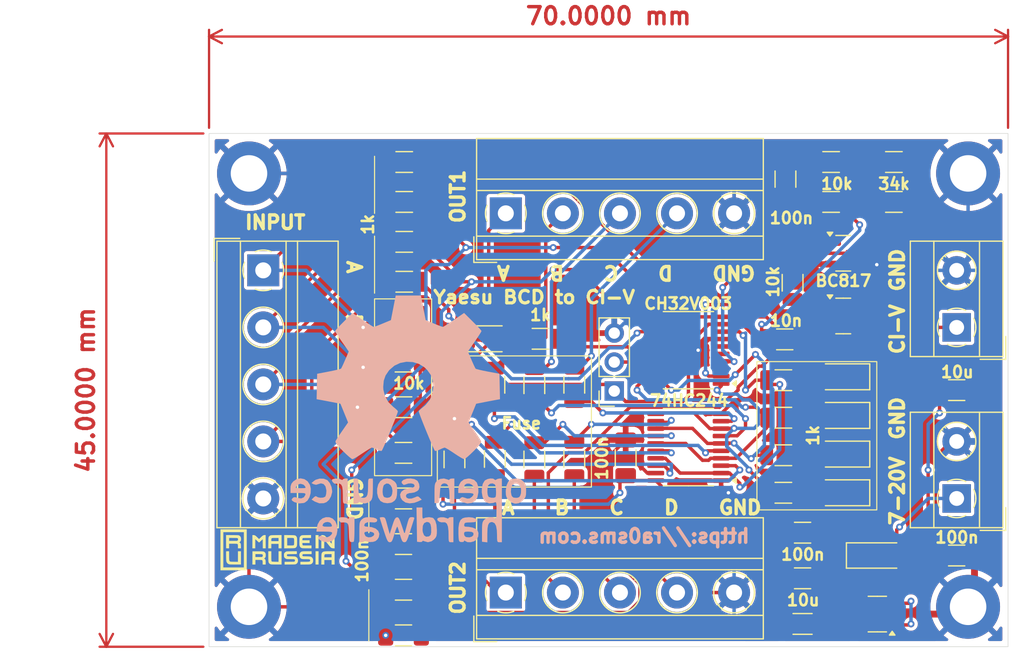
<source format=kicad_pcb>
(kicad_pcb (version 20240108) (generator "pcbnew") (generator_version "8.0")
  (layers (0 "F.Cu" signal) (31 "B.Cu" signal) (34 "B.Paste" user) (35 "F.Paste" user) (36 "B.SilkS" user "B.Silkscreen") (37 "F.SilkS" user "F.Silkscreen") (38 "B.Mask" user) (39 "F.Mask" user) (44 "Edge.Cuts" user))
  (net 0 "")
  (net 1 "GND")
  (net 2 "Net-(D1-K)")
  (net 3 "Net-(U1-VOUT)")
  (net 4 "Net-(U2-PD7)")
  (net 5 "BAND_D")
  (net 6 "BAND_C")
  (net 7 "BAND_B")
  (net 8 "BAND_A")
  (net 9 "Net-(D1-A)")
  (net 10 "Net-(D2-A)")
  (net 11 "Net-(D3-A)")
  (net 12 "Net-(D4-A)")
  (net 13 "Net-(D5-A)")
  (net 14 "Net-(D6-A)")
  (net 15 "OUT_B1")
  (net 16 "Net-(U3-1Y1)")
  (net 17 "OUT_A1")
  (net 18 "Net-(U3-1Y0)")
  (net 19 "Net-(U3-1Y2)")
  (net 20 "OUT_C1")
  (net 21 "OUT_D1")
  (net 22 "Net-(U3-1Y3)")
  (net 23 "Net-(U3-2Y0)")
  (net 24 "OUT_A2")
  (net 25 "OUT_B2")
  (net 26 "Net-(U3-2Y1)")
  (net 27 "OUT_C2")
  (net 28 "Net-(U3-2Y2)")
  (net 29 "OUT_D2")
  (net 30 "Net-(U3-2Y3)")
  (net 31 "Net-(J2-Pin_4)")
  (net 32 "Net-(J2-Pin_2)")
  (net 33 "Net-(J2-Pin_3)")
  (net 34 "Net-(J2-Pin_1)")
  (net 35 "+5V")
  (net 36 "SWD")
  (net 37 "Net-(J6-Pin_1)")
  (net 38 "Net-(Q1-C)")
  (net 39 "Net-(Q1-B)")
  (net 40 "Net-(Q2-B)")
  (net 41 "A")
  (net 42 "B")
  (net 43 "C")
  (net 44 "D")
  (net 45 "Net-(U2-PC7)")
  (net 46 "CI-V")
  (footprint "Diode_SMD:D_MiniMELF" (layer "F.Cu") (at 160 149.5)
    (property "Reference" "D1" (hide yes))
    (property "Value" "LL4148")
  )
  (footprint "Resistor_SMD:R_1206_3216Metric" (layer "F.Cu") (at 126.5375 141.0375 -90)
    (property "Reference" "F2" (hide yes))
    (property "Value" "Fuse")
  )
  (footprint "Resistor_SMD:R_1206_3216Metric" (layer "F.Cu") (at 156 118.5)
    (property "Reference" "R14" (hide yes))
    (property "Value" "10k")
  )
  (footprint "Resistor_SMD:R_1206_3216Metric" (layer "F.Cu") (at 151.8175 144)
    (property "Reference" "R13" (hide yes))
    (property "Value" "1k")
  )
  (footprint "Resistor_SMD:R_1206_3216Metric" (layer "F.Cu") (at 118.5375 140.5)
    (property "Reference" "R4" (hide yes))
    (property "Value" "10k")
  )
  (footprint "Resistor_SMD:R_1206_3216Metric" (layer "F.Cu") (at 151.8175 134.13)
    (property "Reference" "R10" (hide yes))
    (property "Value" "1k")
  )
  (footprint "" (layer "F.Cu") (at 105 116)
    (property "Reference" "" (hide yes))
    (property "Value" "")
  )
  (footprint "" (layer "F.Cu") (at 168 154)
    (property "Reference" "" (hide yes))
    (property "Value" "" (hide yes))
  )
  (footprint "LED_SMD:LED_1206_3216Metric" (layer "F.Cu") (at 157.1 137.22 180)
    (property "Reference" "D4" (hide yes))
    (property "Value" "B")
  )
  (footprint "TerminalBlock_MetzConnect:TerminalBlock_MetzConnect_Type055_RT01502HDWU_1x02_P5.00mm_Horizontal" (layer "F.Cu") (at 167 129.5 90)
    (property "Reference" "J6" (hide yes))
    (property "Value" "CI-V")
  )
  (footprint "" (layer "F.Cu") (at 168 116)
    (property "Reference" "" (hide yes))
    (property "Value" "")
  )
  (footprint "Capacitor_SMD:C_1206_3216Metric_Pad1.33x1.80mm_HandSolder" (layer "F.Cu") (at 138 140.9375 90)
    (property "Reference" "C9" (hide yes))
    (property "Value" "100n")
  )
  (footprint "Capacitor_SMD:C_1206_3216Metric_Pad1.33x1.80mm_HandSolder" (layer "F.Cu") (at 167 149.5)
    (property "Reference" "C2" (hide yes))
    (property "Value" "100n")
  )
  (footprint "Resistor_SMD:R_1206_3216Metric" (layer "F.Cu") (at 161.5 115)
    (property "Reference" "R16" (hide yes))
    (property "Value" "34k")
  )
  (footprint "Capacitor_SMD:C_1206_3216Metric_Pad1.33x1.80mm_HandSolder" (layer "F.Cu") (at 151.9375 130.55)
    (property "Reference" "C10" (hide yes))
    (property "Value" "10n")
  )
  (footprint "LED_SMD:LED_1206_3216Metric" (layer "F.Cu") (at 157.1 133.83 180)
    (property "Reference" "D3" (hide yes))
    (property "Value" "A")
  )
  (footprint "" (layer "F.Cu") (at 105 154)
    (property "Reference" "" (hide yes))
    (property "Value" "")
  )
  (footprint "Resistor_SMD:R_1206_3216Metric" (layer "F.Cu") (at 130 134.575 90)
    (property "Reference" "F7" (hide yes))
    (property "Value" "Fuse")
  )
  (footprint "LED_SMD:LED_1206_3216Metric" (layer "F.Cu") (at 157.1 144 180)
    (property "Reference" "D6" (hide yes))
    (property "Value" "D")
  )
  (footprint "Capacitor_SMD:C_1206_3216Metric_Pad1.33x1.80mm_HandSolder" (layer "F.Cu") (at 152 116.5 90)
    (property "Reference" "C11" (hide yes))
    (property "Value" "100n")
  )
  (footprint "Capacitor_SMD:C_1206_3216Metric_Pad1.33x1.80mm_HandSolder" (layer "F.Cu") (at 153.5 151.5)
    (property "Reference" "C6" (hide yes))
    (property "Value" "10u")
  )
  (footprint "TerminalBlock_MetzConnect:TerminalBlock_MetzConnect_Type011_RT05505HBWC_1x05_P5.00mm_Horizontal" (layer "F.Cu") (at 127.5 152.75)
    (property "Reference" "J4" (hide yes))
    (property "Value" "BCD OUTPUT 1")
  )
  (footprint "Capacitor_SMD:C_1206_3216Metric_Pad1.33x1.80mm_HandSolder" (layer "F.Cu") (at 118.5375 144.5)
    (property "Reference" "C3" (hide yes))
    (property "Value" "100n")
  )
  (footprint "Resistor_SMD:R_1206_3216Metric" (layer "F.Cu") (at 118.6 122)
    (property "Reference" "R7" (hide yes))
    (property "Value" "1k")
  )
  (footprint "Resistor_SMD:R_1206_3216Metric" (layer "F.Cu") (at 118.5375 128.5)
    (property "Reference" "R1" (hide yes))
    (property "Value" "10k")
  )
  (footprint "Capacitor_SMD:C_1206_3216Metric_Pad1.33x1.80mm_HandSolder" (layer "F.Cu") (at 118.5375 156.5)
    (property "Reference" "C8" (hide yes))
    (property "Value" "100n")
  )
  (footprint "LED_SMD:LED_1206_3216Metric" (layer "F.Cu") (at 125.575 130.5)
    (property "Reference" "D2" (hide yes))
    (property "Value" "LINK")
  )
  (footprint "Capacitor_SMD:C_1206_3216Metric_Pad1.33x1.80mm_HandSolder" (layer "F.Cu") (at 153.5 147.5)
    (property "Reference" "C4" (hide yes))
    (property "Value" "100n")
  )
  (footprint "Resistor_SMD:R_1206_3216Metric" (layer "F.Cu") (at 126.5 134.5375 90)
    (property "Reference" "F6" (hide yes))
    (property "Value" "Fuse")
  )
  (footprint "Resistor_SMD:R_1206_3216Metric" (layer "F.Cu") (at 118.5375 132.5)
    (property "Reference" "R2" (hide yes))
    (property "Value" "10k")
  )
  (footprint "Resistor_SMD:R_1206_3216Metric" (layer "F.Cu") (at 151.8175 137.42)
    (property "Reference" "R11" (hide yes))
    (property "Value" "1k")
  )
  (footprint "Package_TO_SOT_SMD:SOT-23" (layer "F.Cu") (at 157.0625 128.5)
    (property "Reference" "Q2" (hide yes))
    (property "Value" "BC817")
  )
  (footprint "Package_SO:TSSOP-20_4.4x6.5mm_P0.65mm" (layer "F.Cu") (at 143.5 131.5 180)
    (property "Reference" "U2" (hide yes))
    (property "Value" "CH32V003F4P6")
  )
  (footprint "Package_SO:TSSOP-20_4.4x6.5mm_P0.65mm" (layer "F.Cu") (at 143.5 140 180)
    (property "Reference" "U3" (hide yes))
    (property "Value" "74HC244")
  )
  (footprint "Resistor_SMD:R_1206_3216Metric" (layer "F.Cu") (at 123 134.5 90)
    (property "Reference" "F5" (hide yes))
    (property "Value" "Fuse")
  )
  (footprint "Resistor_SMD:R_1206_3216Metric" (layer "F.Cu") (at 130.5375 130.5)
    (property "Reference" "R9" (hide yes))
    (property "Value" "1k")
  )
  (footprint "Resistor_SMD:R_1206_3216Metric" (layer "F.Cu") (at 118.6 125.5)
    (property "Reference" "R8" (hide yes))
    (property "Value" "1k")
  )
  (footprint "Capacitor_SMD:C_1206_3216Metric_Pad1.33x1.80mm_HandSolder" (layer "F.Cu") (at 118.5375 152.5)
    (property "Reference" "C7" (hide yes))
    (property "Value" "100n")
  )
  (footprint "Resistor_SMD:R_1206_3216Metric" (layer "F.Cu") (at 152.625 125.5875 -90)
    (property "Reference" "R17" (hide yes))
    (property "Value" "10k")
  )
  (footprint "TerminalBlock_MetzConnect:TerminalBlock_MetzConnect_Type011_RT05505HBWC_1x05_P5.00mm_Horizontal" (layer "F.Cu") (at 106.25 124.5 -90)
    (property "Reference" "J2" (hide yes))
    (property "Value" "BCD INPUT")
  )
  (footprint "Resistor_SMD:R_1206_3216Metric" (layer "F.Cu") (at 151.8175 140.71)
    (property "Reference" "R12" (hide yes))
    (property "Value" "1k")
  )
  (footprint "Inductor_SMD:L_1206_3216Metric" (layer "F.Cu") (at 153.5 155.5)
    (property "Reference" "L1" (hide yes))
    (property "Value" "10u")
  )
  (footprint "LED_SMD:LED_1206_3216Metric" (layer "F.Cu") (at 157.1 140.61 180)
    (property "Reference" "D5" (hide yes))
    (property "Value" "C")
  )
  (footprint "Package_TO_SOT_SMD:SOT-23" (layer "F.Cu") (at 157.0625 123)
    (property "Reference" "Q1" (hide yes))
    (property "Value" "BC817")
  )
  (footprint "Package_TO_SOT_SMD:SOT-23-5" (layer "F.Cu") (at 160.05 154.6375 180)
    (property "Reference" "U1" (hide yes))
    (property "Value" "RS3002-5.0YF5")
  )
  (footprint "Resistor_SMD:R_1206_3216Metric" (layer "F.Cu") (at 156 115)
    (property "Reference" "R15" (hide yes))
    (property "Value" "10k")
  )
  (footprint "Capacitor_SMD:C_1206_3216Metric_Pad1.33x1.80mm_HandSolder" (layer "F.Cu") (at 167 135)
    (property "Reference" "C1" (hide yes))
    (property "Value" "10u")
  )
  (footprint "Resistor_SMD:R_1206_3216Metric" (layer "F.Cu") (at 133.5 134.5375 90)
    (property "Reference" "F8" (hide yes))
    (property "Value" "Fuse")
  )
  (footprint "TerminalBlock_MetzConnect:TerminalBlock_MetzConnect_Type011_RT05505HBWC_1x05_P5.00mm_Horizontal" (layer "F.Cu") (at 127.5 119.5)
    (property "Reference" "J5" (hide yes))
    (property "Value" "BCD OUTPUT 2")
  )
  (footprint "Resistor_SMD:R_1206_3216Metric" (layer "F.Cu") (at 123 141.075 -90)
    (property "Reference" "F1" (hide yes))
    (property "Value" "Fuse")
  )
  (footprint "Resistor_SMD:R_1206_3216Metric" (layer "F.Cu") (at 118.6 118.5)
    (property "Reference" "R6" (hide yes))
    (property "Value" "1k")
  )
  (footprint "Connector_PinSocket_2.54mm:PinSocket_1x03_P2.54mm_Vertical" (layer "F.Cu") (at 137 135.08 180)
    (property "Reference" "J3" (hide yes))
    (property "Value" "SWD")
  )
  (footprint "TerminalBlock_MetzConnect:TerminalBlock_MetzConnect_Type055_RT01502HDWU_1x02_P5.00mm_Horizontal" (layer "F.Cu") (at 167 144.5 90)
    (property "Reference" "J1" (hide yes))
    (property "Value" "7-15VDC")
  )
  (footprint "Resistor_SMD:R_1206_3216Metric" (layer "F.Cu") (at 118.6 115)
    (property "Reference" "R5" (hide yes))
    (property "Value" "1k")
  )
  (footprint "Resistor_SMD:R_1206_3216Metric" (layer "F.Cu") (at 130 141.075 -90)
    (property "Reference" "F3" (hide yes))
    (property "Value" "Fuse")
  )
  (footprint "Resistor_SMD:R_1206_3216Metric" (layer "F.Cu") (at 133.5 141.0375 -90)
    (property "Reference" "F4" (hide yes))
    (property "Value" "Fuse")
  )
  (footprint "Resistor_SMD:R_1206_3216Metric" (layer "F.Cu") (at 161.5 118.5)
    (property "Reference" "R18" (hide yes))
    (property "Value" "34k")
  )
  (footprint "Capacitor_SMD:C_1206_3216Metric_Pad1.33x1.80mm_HandSolder" (layer "F.Cu") (at 118.5375 148.5)
    (property "Reference" "C5" (hide yes))
    (property "Value" "100n")
  )
  (footprint "Resistor_SMD:R_1206_3216Metric" (layer "F.Cu") (at 118.5375 136.5)
    (property "Reference" "R3" (hide yes))
    (property "Value" "10k")
  )
  (footprint "LOGO" (layer "F.Cu") (at 107.5 149)
    (property "Reference" "G***" (hide yes))
    (property "Value" "LOGO" (hide yes))
  )
  (footprint "LOGO" (layer "B.Cu") (at 119 137.5 180)
    (property "Reference" "G***" (hide yes))
    (property "Value" "LOGO" (hide yes))
  )
  (gr_rect (start 121.5 132) (end 135 143.5) (stroke (width 0.1)) (fill none) (layer "F.SilkS"))
  (gr_rect (start 116 127) (end 121 142.5) (stroke (width 0.1)) (fill none) (layer "F.SilkS"))
  (gr_line (start 116 121.5) (end 116 126.5) (stroke (width 0.1)) (layer "F.SilkS"))
  (gr_rect (start 149.5 132.5) (end 160 145.5) (stroke (width 0.1)) (fill none) (layer "F.SilkS"))
  (gr_line (start 115.5 152.5) (end 115.5 157) (stroke (width 0.1)) (layer "F.SilkS"))
  (gr_line (start 115.5 147.5) (end 115.5 144) (stroke (width 0.1)) (layer "F.SilkS"))
  (gr_line (start 116 119.5) (end 116 114.5) (stroke (width 0.1)) (layer "F.SilkS"))
  (gr_rect (start 101.5 112.5) (end 171.5 157.5) (stroke (width 0.05)) (fill none) (layer "Edge.Cuts"))
  (gr_text "https://ra0sms.com" (at 149 148.5 -0) (layer "B.SilkS") (effects (font (size 1.2 1.2) (thickness 0.3) (bold yes)) (justify left bottom mirror)))
  (gr_text "C" (at 137.521428 124 180) (layer "F.SilkS") (effects (font (size 1.2 1.2) (thickness 0.3) (bold yes)) (justify left bottom)))
  (gr_text "10n" (at 150.5 129.5 0) (layer "F.SilkS") (effects (font (size 1 1) (thickness 0.225) (bold yes)) (justify left bottom)))
  (gr_text "CH32V003" (at 139.5 128 0) (layer "F.SilkS") (effects (font (size 1 1) (thickness 0.225) (bold yes)) (justify left bottom)))
  (gr_text "OUT1" (at 124 120.5 90) (layer "F.SilkS") (effects (font (size 1.2 1.2) (thickness 0.3) (bold yes)) (justify left bottom)))
  (gr_text "GND" (at 113.5 142.5 -90) (layer "F.SilkS") (effects (font (size 1.2 1.2) (thickness 0.3) (bold yes)) (justify left bottom)))
  (gr_text "OUT2" (at 124 154.81 90) (layer "F.SilkS") (effects (font (size 1.2 1.2) (thickness 0.3) (bold yes)) (justify left bottom)))
  (gr_text "10k" (at 117.5 135 0) (layer "F.SilkS") (effects (font (size 1 1) (thickness 0.225) (bold yes)) (justify left bottom)))
  (gr_text "D" (at 113.5 137.707142 -90) (layer "F.SilkS") (effects (font (size 1.2 1.2) (thickness 0.3) (bold yes)) (justify left bottom)))
  (gr_text "10u" (at 165.5 134 0) (layer "F.SilkS") (effects (font (size 1 1) (thickness 0.225) (bold yes)) (justify left bottom)))
  (gr_text "GND" (at 149.5 124 180) (layer "F.SilkS") (effects (font (size 1.2 1.2) (thickness 0.3) (bold yes)) (justify left bottom)))
  (gr_text "10k" (at 155 117.5 0) (layer "F.SilkS") (effects (font (size 1 1) (thickness 0.225) (bold yes)) (justify left bottom)))
  (gr_text "B" (at 131.621428 146 0) (layer "F.SilkS") (effects (font (size 1.2 1.2) (thickness 0.3) (bold yes)) (justify left bottom)))
  (gr_text "100n" (at 150.5 120.5 0) (layer "F.SilkS") (effects (font (size 1 1) (thickness 0.225) (bold yes)) (justify left bottom)))
  (gr_text "1k" (at 116 121.5 90) (layer "F.SilkS") (effects (font (size 1 1) (thickness 0.225) (bold yes)) (justify left bottom)))
  (gr_text "34k" (at 160 117.5 0) (layer "F.SilkS") (effects (font (size 1 1) (thickness 0.225) (bold yes)) (justify left bottom)))
  (gr_text "BC817" (at 154.5 126 0) (layer "F.SilkS") (effects (font (size 1 1) (thickness 0.225) (bold yes)) (justify left bottom)))
  (gr_text "100n" (at 165 148.5 0) (layer "F.SilkS") (effects (font (size 1 1) (thickness 0.225) (bold yes)) (justify left bottom)))
  (gr_text "A" (at 113.5 123.5 -90) (layer "F.SilkS") (effects (font (size 1.2 1.2) (thickness 0.3) (bold yes)) (justify left bottom)))
  (gr_text "CI-V" (at 162.5 132 90) (layer "F.SilkS") (effects (font (size 1.2 1.2) (thickness 0.3) (bold yes)) (justify left bottom)))
  (gr_text "10u" (at 152 154 0) (layer "F.SilkS") (effects (font (size 1 1) (thickness 0.225) (bold yes)) (justify left bottom)))
  (gr_text "100n" (at 136.5 143 90) (layer "F.SilkS") (effects (font (size 1 1) (thickness 0.225) (bold yes)) (justify left bottom)))
  (gr_text "B" (at 113.5 128.121428 -90) (layer "F.SilkS") (effects (font (size 1.2 1.2) (thickness 0.3) (bold yes)) (justify left bottom)))
  (gr_text "Fuse" (at 127 138.5 0) (layer "F.SilkS") (effects (font (size 1 1) (thickness 0.225) (bold yes)) (justify left bottom)))
  (gr_text "C" (at 113.5 132.914285 -90) (layer "F.SilkS") (effects (font (size 1.2 1.2) (thickness 0.3) (bold yes)) (justify left bottom)))
  (gr_text "10k" (at 151.5 127 90) (layer "F.SilkS") (effects (font (size 1 1) (thickness 0.225) (bold yes)) (justify left bottom)))
  (gr_text "100n" (at 151.5 150 0) (layer "F.SilkS") (effects (font (size 1 1) (thickness 0.225) (bold yes)) (justify left bottom)))
  (gr_text "GND" (at 162.5 139.5 90) (layer "F.SilkS") (effects (font (size 1.2 1.2) (thickness 0.3) (bold yes)) (justify left bottom)))
  (gr_text "74HC244" (at 140 136.5 0) (layer "F.SilkS") (effects (font (size 1 1) (thickness 0.225) (bold yes)) (justify left bottom)))
  (gr_text "GND" (at 146 146 0) (layer "F.SilkS") (effects (font (size 1.2 1.2) (thickness 0.3) (bold yes)) (justify left bottom)))
  (gr_text "D" (at 141.207142 146 0) (layer "F.SilkS") (effects (font (size 1.2 1.2) (thickness 0.3) (bold yes)) (justify left bottom)))
  (gr_text "INPUT" (at 104.5 121 0) (layer "F.SilkS") (effects (font (size 1.2 1.2) (thickness 0.3) (bold yes)) (justify left bottom)))
  (gr_text "Yaesu BCD to CI-V" (at 121 127.5 0) (layer "F.SilkS") (effects (font (size 1.1 1.2) (thickness 0.275) (bold yes)) (justify left bottom)))
  (gr_text "A" (at 128 124 180) (layer "F.SilkS") (effects (font (size 1.2 1.2) (thickness 0.3) (bold yes)) (justify left bottom)))
  (gr_text "C" (at 136.414285 146 0) (layer "F.SilkS") (effects (font (size 1.2 1.2) (thickness 0.3) (bold yes)) (justify left bottom)))
  (gr_text "1k" (at 155 140 90) (layer "F.SilkS") (effects (font (size 1 1) (thickness 0.225) (bold yes)) (justify left bottom)))
  (gr_text "D" (at 142.282142 124 180) (layer "F.SilkS") (effects (font (size 1.2 1.2) (thickness 0.3) (bold yes)) (justify left bottom)))
  (gr_text "1k" (at 129.5 129 0) (layer "F.SilkS") (effects (font (size 1 1) (thickness 0.225) (bold yes)) (justify left bottom)))
  (gr_text "GND" (at 162.5 126.5 90) (layer "F.SilkS") (effects (font (size 1.2 1.2) (thickness 0.3) (bold yes)) (justify left bottom)))
  (gr_text "A" (at 127 146 0) (layer "F.SilkS") (effects (font (size 1.2 1.2) (thickness 0.3) (bold yes)) (justify left bottom)))
  (gr_text "100n" (at 115.5 152 90) (layer "F.SilkS") (effects (font (size 1 1) (thickness 0.225) (bold yes)) (justify left bottom)))
  (gr_text "7-20V" (at 162.5 147 90) (layer "F.SilkS") (effects (font (size 1.2 1.2) (thickness 0.3) (bold yes)) (justify left bottom)))
  (gr_text "B" (at 132.760714 124 180) (layer "F.SilkS") (effects (font (size 1.2 1.2) (thickness 0.3) (bold yes)) (justify left bottom)))
  (dimension (type aligned) (layer "F.Cu") (pts (xy 101.5 112.5) (xy 101.5 157.5)) (height 9) (gr_text "45,0000 mm" (at 90.7 135 90) (layer "F.Cu") (effects (font (size 1.5 1.5) (thickness 0.3)))) (format (prefix "") (suffix "") (units 3) (units_format 1) (precision 4)) (style (thickness 0.2) (arrow_length 1.27) (text_position_mode 0) (extension_height 0.58642) (extension_offset 0.5) keep_text_aligned))
  (dimension (type aligned) (layer "F.Cu") (pts (xy 171.5 112.5) (xy 101.5 112.5)) (height 8.5) (gr_text "70,0000 mm" (at 136.5 102.2 0) (layer "F.Cu") (effects (font (size 1.5 1.5) (thickness 0.3)))) (format (prefix "") (suffix "") (units 3) (units_format 1) (precision 4)) (style (thickness 0.2) (arrow_length 1.27) (text_position_mode 0) (extension_height 0.58642) (extension_offset 0.5) keep_text_aligned))
  (segment (start 111.9 113.775) (end 117.705456 113.775) (width 0.3) (layer "F.Cu") (net 1))
  (segment (start 158.5 144) (end 158.5 140.61) (width 0.3) (layer "F.Cu") (net 1))
  (segment (start 155.0625 152.5625) (end 155.0625 151.5) (width 0.6) (layer "F.Cu") (net 1))
  (segment (start 146.3625 142.925) (end 146.3625 143.3625) (width 0.3) (layer "F.Cu") (net 1))
  (segment (start 158.5 133.83) (end 158.5 131.825) (width 0.3) (layer "F.Cu") (net 1))
  (segment (start 147.5875 135.85) (end 157.65 135.85) (width 0.3) (layer "F.Cu") (net 1))
  (segment (start 105 116) (end 102.5 118.5) (width 0.3) (layer "F.Cu") (net 1))
  (segment (start 120.630456 124.275) (end 124.175 127.819544) (width 0.3) (layer "F.Cu") (net 1))
  (segment (start 143.75 156.5) (end 147.5 152.75) (width 0.3) (layer "F.Cu") (net 1))
  (segment (start 120.1 152.5) (end 119.057044 152.5) (width 0.3) (layer "F.Cu") (net 1))
  (segment (start 147.5 115.5) (end 147.5 119.5) (width 0.3) (layer "F.Cu") (net 1))
  (segment (start 105 116) (end 109.675 116) (width 0.3) (layer "F.Cu") (net 1))
  (segment (start 102.5 118.5) (end 102.5 151.5) (width 0.3) (layer "F.Cu") (net 1))
  (segment (start 158.5 135) (end 158.5 133.83) (width 0.3) (layer "F.Cu") (net 1))
  (segment (start 119.15 123.930456) (end 119.494544 124.275) (width 0.3) (layer "F.Cu") (net 1))
  (segment (start 158.5 137.22) (end 158.5 135) (width 0.3) (layer "F.Cu") (net 1))
  (segment (start 138 139.375) (end 138 140.374999) (width 0.3) (layer "F.Cu") (net 1))
  (segment (start 166.5 139.5) (end 165.39 140.61) (width 0.3) (layer "F.Cu") (net 1))
  (segment (start 136.75 144.25) (end 145.25 152.75) (width 0.3) (layer "F.Cu") (net 1))
  (segment (start 154.6 129.45) (end 153.5 130.55) (width 0.3) (layer "F.Cu") (net 1))
  (segment (start 168 154) (end 167.3625 154.6375) (width 0.6) (layer "F.Cu") (net 1))
  (segment (start 156.125 123.95) (end 159.95 123.95) (width 0.3) (layer "F.Cu") (net 1))
  (segment (start 158.5 131.825) (end 156.125 129.45) (width 0.3) (layer "F.Cu") (net 1))
  (segment (start 117.557044 154) (end 105 154) (width 0.3) (layer "F.Cu") (net 1))
  (segment (start 120.1 148.5) (end 120.1 152.5) (width 0.3) (layer "F.Cu") (net 1))
  (segment (start 145.25 152.75) (end 147.5 152.75) (width 0.3) (layer "F.Cu") (net 1))
  (segment (start 109.675 116) (end 111.9 113.775) (width 0.3) (layer "F.Cu") (net 1))
  (segment (start 105 154) (end 105 145.75) (width 0.3) (layer "F.Cu") (net 1))
  (segment (start 168.5625 135) (end 168.5625 137.9375) (width 0.3) (layer "F.Cu") (net 1))
  (segment (start 168.5625 149.5) (end 168.5625 153.4375) (width 0.6) (layer "F.Cu") (net 1))
  (segment (start 156.125 129.45) (end 154.6 129.45) (width 0.3) (layer "F.Cu") (net 1))
  (segment (start 105 145.75) (end 106.25 144.5) (width 0.3) (layer "F.Cu") (net 1))
  (segment (start 158.5 140.61) (end 158.5 137.22) (width 0.3) (layer "F.Cu") (net 1))
  (segment (start 161.1875 154.6375) (end 157.1375 154.6375) (width 0.6) (layer "F.Cu") (net 1))
  (segment (start 139.900001 142.275) (end 140.6375 142.275) (width 0.3) (layer "F.Cu") (net 1))
  (segment (start 157.65 135.85) (end 158.5 135) (width 0.3) (layer "F.Cu") (net 1))
  (segment (start 136.75 140.625) (end 136.75 144.25) (width 0.3) (layer "F.Cu") (net 1))
  (segment (start 146.3625 143.3625) (end 147 144) (width 0.3) (layer "F.Cu") (net 1))
  (segment (start 124.175 127.819544) (end 124.175 130.5) (width 0.3) (layer "F.Cu") (net 1))
  (segment (start 157.1375 154.6375) (end 155.0625 152.5625) (width 0.6) (layer "F.Cu") (net 1))
  (segment (start 159.95 123.95) (end 160 124) (width 0.3) (layer "F.Cu") (net 1))
  (segment (start 148.0625 114.9375) (end 147.5 115.5) (width 0.3) (layer "F.Cu") (net 1))
  (segment (start 138 140.374999) (end 139.900001 142.275) (width 0.3) (layer "F.Cu") (net 1))
  (segment (start 119.15 115.219544) (end 119.15 123.930456) (width 0.3) (layer "F.Cu") (net 1))
  (segment (start 168.5625 153.4375) (end 168 154) (width 0.6) (layer "F.Cu") (net 1))
  (segment (start 167 139.5) (end 166.5 139.5) (width 0.3) (layer "F.Cu") (net 1))
  (segment (start 120.1 144.5) (end 120.1 148.5) (width 0.3) (layer "F.Cu") (net 1))
  (segment (start 146.3625 130.525) (end 145.325 130.525) (width 0.3) (layer "F.Cu") (net 1))
  (segment (start 167.3625 154.6375) (end 161.1875 154.6375) (width 0.6) (layer "F.Cu") (net 1))
  (segment (start 102.5 151.5) (end 105 154) (width 0.3) (layer "F.Cu") (net 1))
  (segment (start 146.3625 137.075) (end 147.5875 135.85) (width 0.3) (layer "F.Cu") (net 1))
  (segment (start 155.0625 151.5) (end 155.0625 147.5) (width 0.6) (layer "F.Cu") (net 1))
  (segment (start 138 139.375) (end 136.75 140.625) (width 0.3) (layer "F.Cu") (net 1))
  (segment (start 168.5625 137.9375) (end 167 139.5) (width 0.3) (layer "F.Cu") (net 1))
  (segment (start 120.1 156.5) (end 143.75 156.5) (width 0.3) (layer "F.Cu") (net 1))
  (segment (start 152 114.9375) (end 148.0625 114.9375) (width 0.3) (layer "F.Cu") (net 1))
  (segment (start 119.494544 124.275) (end 120.630456 124.275) (width 0.3) (layer "F.Cu") (net 1))
  (segment (start 145.325 130.525) (end 144.35 131.5) (width 0.3) (layer "F.Cu") (net 1))
  (segment (start 117.705456 113.775) (end 119.15 115.219544) (width 0.3) (layer "F.Cu") (net 1))
  (segment (start 165.39 140.61) (end 158.5 140.61) (width 0.3) (layer "F.Cu") (net 1))
  (segment (start 119.057044 152.5) (end 117.557044 154) (width 0.3) (layer "F.Cu") (net 1))
  (via (at 160 124) (size 0.6) (drill 0.3) (layers "F.Cu" "B.Cu") (net 1))
  (via (at 144.35 131.5) (size 0.6) (drill 0.3) (layers "F.Cu" "B.Cu") (net 1))
  (via (at 147 144) (size 0.6) (drill 0.3) (layers "F.Cu" "B.Cu") (net 1))
  (segment (start 169 139.5) (end 167 139.5) (width 0.6) (layer "B.Cu") (net 1))
  (segment (start 147 144) (end 147 145) (width 0.3) (layer "B.Cu") (net 1))
  (segment (start 137.85 129.15) (end 137 130) (width 0.3) (layer "B.Cu") (net 1))
  (segment (start 149.5 113.5) (end 165.5 113.5) (width 0.3) (layer "B.Cu") (net 1))
  (segment (start 148.5 156.85) (end 165.15 156.85) (width 0.3) (layer "B.Cu") (net 1))
  (segment (start 170.5 125.5) (end 170.5 141.5) (width 0.3) (layer "B.Cu") (net 1))
  (segment (start 165.15 156.85) (end 168 154) (width 0.3) (layer "B.Cu") (net 1))
  (segment (start 165.5 113.5) (end 168 116) (width 0.3) (layer "B.Cu") (net 1))
  (segment (start 147.5 155.85) (end 148.5 156.85) (width 0.3) (layer "B.Cu") (net 1))
  (segment (start 160.5 124.5) (end 167 124.5) (width 0.3) (layer "B.Cu") (net 1))
  (segment (start 144 116) (end 147.5 119.5) (width 0.3) (layer "B.Cu") (net 1))
  (segment (start 168 116) (end 168 123.5) (width 0.3) (layer "B.Cu") (net 1))
  (segment (start 105 116) (end 144 116) (width 0.3) (layer "B.Cu") (net 1))
  (segment (start 147 145) (end 147.5 145.5) (width 0.3) (layer "B.Cu") (net 1))
  (segment (start 160 124) (end 160.5 124.5) (width 0.3) (layer "B.Cu") (net 1))
  (segment (start 170.5 151.5) (end 170.5 141.5) (width 0.6) (layer "B.Cu") (net 1))
  (segment (start 147.5 119.5) (end 147.5 115.5) (width 0.3) (layer "B.Cu") (net 1))
  (segment (start 167 124.5) (end 169.5 124.5) (width 0.3) (layer "B.Cu") (net 1))
  (segment (start 139.069239 129.15) (end 137.85 129.15) (width 0.3) (layer "B.Cu") (net 1))
  (segment (start 147.5 115.5) (end 149.5 113.5) (width 0.3) (layer "B.Cu") (net 1))
  (segment (start 168 123.5) (end 167 124.5) (width 0.3) (layer "B.Cu") (net 1))
  (segment (start 144.35 131.5) (end 141.419239 131.5) (width 0.3) (layer "B.Cu") (net 1))
  (segment (start 170.5 141.5) (end 170.5 141) (width 0.6) (layer "B.Cu") (net 1))
  (segment (start 137 130) (end 147.5 119.5) (width 0.3) (layer "B.Cu") (net 1))
  (segment (start 141.419239 131.5) (end 139.069239 129.15) (width 0.3) (layer "B.Cu") (net 1))
  (segment (start 170.5 141) (end 169 139.5) (width 0.6) (layer "B.Cu") (net 1))
  (segment (start 168 154) (end 170.5 151.5) (width 0.6) (layer "B.Cu") (net 1))
  (segment (start 169.5 124.5) (end 170.5 125.5) (width 0.3) (layer "B.Cu") (net 1))
  (segment (start 147.5 145.5) (end 147.5 152.75) (width 0.3) (layer "B.Cu") (net 1))
  (segment (start 147.5 152.75) (end 147.5 155.85) (width 0.3) (layer "B.Cu") (net 1))
  (segment (start 161.1875 153.6875) (end 162.8125 153.6875) (width 0.3) (layer "F.Cu") (net 2))
  (segment (start 162.9125 155.5875) (end 163 155.5) (width 0.3) (layer "F.Cu") (net 2))
  (segment (start 165.5 135.0625) (end 165.4375 135) (width 0.3) (layer "F.Cu") (net 2))
  (segment (start 165.375 149.5) (end 165.4375 149.5) (width 0.3) (layer "F.Cu") (net 2))
  (segment (start 165.5 137) (end 165.5 135.0625) (width 0.3) (layer "F.Cu") (net 2))
  (segment (start 164.5 148.5625) (end 164.5 142) (width 0.3) (layer "F.Cu") (net 2))
  (segment (start 162.8125 153.6875) (end 163 153.5) (width 0.3) (layer "F.Cu") (net 2))
  (segment (start 158.25 150.75) (end 158.25 149.5) (width 0.3) (layer "F.Cu") (net 2))
  (segment (start 161.1875 155.5875) (end 162.9125 155.5875) (width 0.3) (layer "F.Cu") (net 2))
  (segment (start 161.1875 153.6875) (end 165.375 149.5) (width 0.3) (layer "F.Cu") (net 2))
  (segment (start 165.4375 149.5) (end 164.5 148.5625) (width 0.3) (layer "F.Cu") (net 2))
  (segment (start 161.1875 153.6875) (end 158.25 150.75) (width 0.3) (layer "F.Cu") (net 2))
  (via (at 165.5 137) (size 0.6) (drill 0.3) (layers "F.Cu" "B.Cu") (net 2))
  (via (at 163 153.5) (size 0.6) (drill 0.3) (layers "F.Cu" "B.Cu") (net 2))
  (via (at 164.5 142) (size 0.6) (drill 0.3) (layers "F.Cu" "B.Cu") (net 2))
  (via (at 163 155.5) (size 0.6) (drill 0.3) (layers "F.Cu" "B.Cu") (net 2))
  (segment (start 164.5 142) (end 164.5 138) (width 0.3) (layer "B.Cu") (net 2))
  (segment (start 163 153.5) (end 163 155.5) (width 0.3) (layer "B.Cu") (net 2))
  (segment (start 164.5 138) (end 165.5 137) (width 0.3) (layer "B.Cu") (net 2))
  (segment (start 152 156.85) (end 157.65 156.85) (width 0.3) (layer "F.Cu") (net 3))
  (segment (start 151.925 151.5125) (end 151.9375 151.5) (width 0.3) (layer "F.Cu") (net 3))
  (segment (start 151.925 155.5) (end 151.925 151.5125) (width 0.3) (layer "F.Cu") (net 3))
  (segment (start 157.65 156.85) (end 158.9125 155.5875) (width 0.3) (layer "F.Cu") (net 3))
  (segment (start 151.925 155.5) (end 151.925 156.775) (width 0.3) (layer "F.Cu") (net 3))
  (segment (start 151.9375 151.5) (end 151.9375 147.5) (width 0.3) (layer "F.Cu") (net 3))
  (segment (start 151.925 156.775) (end 152 156.85) (width 0.3) (layer "F.Cu") (net 3))
  (segment (start 154.5375 118.5) (end 152.4375 118.5) (width 0.3) (layer "F.Cu") (net 4))
  (segment (start 146.3875 132.5) (end 146.3625 132.475) (width 0.3) (layer "F.Cu") (net 4))
  (segment (start 152 120.5) (end 146.5 126) (width 0.3) (layer "F.Cu") (net 4))
  (segment (start 152 118.0625) (end 152 120.5) (width 0.3) (layer "F.Cu") (net 4))
  (segment (start 147.5 132.5) (end 146.3875 132.5) (width 0.3) (layer "F.Cu") (net 4))
  (segment (start 152.4375 118.5) (end 152 118.0625) (width 0.3) (layer "F.Cu") (net 4))
  (via (at 147.5 132.5) (size 0.6) (drill 0.3) (layers "F.Cu" "B.Cu") (net 4))
  (via (at 146.5 126) (size 0.6) (drill 0.3) (layers "F.Cu" "B.Cu") (net 4))
  (segment (start 146.5 131.5) (end 147.5 132.5) (width 0.3) (layer "B.Cu") (net 4))
  (segment (start 146.5 126) (end 146.5 131.5) (width 0.3) (layer "B.Cu") (net 4))
  (segment (start 122.5 127.9375) (end 122.5 128.5) (width 0.3) (layer "F.Cu") (net 5))
  (segment (start 113.85 133.15) (end 117.275 129.725) (width 0.3) (layer "F.Cu") (net 5))
  (segment (start 139.125 129.875) (end 140.6375 129.875) (width 0.3) (layer "F.Cu") (net 5))
  (segment (start 120.0625 125.5) (end 122.5 127.9375) (width 0.3) (layer "F.Cu") (net 5))
  (segment (start 119.0875 128.280456) (end 119.0875 126.475) (width 0.3) (layer "F.Cu") (net 5))
  (segment (start 113.85 136.769239) (end 113.85 133.15) (width 0.3) (layer "F.Cu") (net 5))
  (segment (start 117.275 129.725) (end 117.642956 129.725) (width 0.3) (layer "F.Cu") (net 5))
  (segment (start 117.642956 129.725) (end 119.0875 128.280456) (width 0.3) (layer "F.Cu") (net 5))
  (segment (start 117.9875 143.4875) (end 117.9875 139.619544) (width 0.3) (layer "F.Cu") (net 5))
  (segment (start 116.975 144.5) (end 117.9875 143.4875) (width 0.3) (layer "F.Cu") (net 5))
  (segment (start 139 130) (end 139.125 129.875) (width 0.3) (layer "F.Cu") (net 5))
  (segment (start 119.0875 126.475) (end 120.0625 125.5) (width 0.3) (layer "F.Cu") (net 5))
  (segment (start 114.230761 137.15) (end 113.85 136.769239) (width 0.3) (layer "F.Cu") (net 5))
  (segment (start 115.517956 137.15) (end 114.230761 137.15) (width 0.3) (layer "F.Cu") (net 5))
  (segment (start 117.9875 139.619544) (end 115.517956 137.15) (width 0.3) (layer "F.Cu") (net 5))
  (via (at 139 130) (size 0.6) (drill 0.3) (layers "F.Cu" "B.Cu") (net 5))
  (via (at 122.5 128.5) (size 0.6) (drill 0.3) (layers "F.Cu" "B.Cu") (net 5))
  (segment (start 122.5 128.5) (end 128 134) (width 0.3) (layer "B.Cu") (net 5))
  (segment (start 136.552563 131.29038) (end 137.70962 131.29038) (width 0.3) (layer "B.Cu") (net 5))
  (segment (start 135.65 132.269239) (end 135.65 132.192943) (width 0.3) (layer "B.Cu") (net 5))
  (segment (start 133 134) (end 133.919239 134) (width 0.3) (layer "B.Cu") (net 5))
  (segment (start 128 134) (end 133 134) (width 0.3) (layer "B.Cu") (net 5))
  (segment (start 135.65 132.192943) (end 136.552563 131.29038) (width 0.3) (layer "B.Cu") (net 5))
  (segment (start 133.919239 134) (end 135.65 132.269239) (width 0.3) (layer "B.Cu") (net 5))
  (segment (start 137.70962 131.29038) (end 139 130) (width 0.3) (layer "B.Cu") (net 5))
  (segment (start 138.725 129.225) (end 140.6375 129.225) (width 0.3) (layer "F.Cu") (net 6))
  (segment (start 116.975 148.5) (end 114 145.525) (width 0.3) (layer "F.Cu") (net 6))
  (segment (start 133.930762 124.430762) (end 138.725 129.225) (width 0.3) (layer "F.Cu") (net 6))
  (segment (start 114 145.525) (end 114 142) (width 0.3) (layer "F.Cu") (net 6))
  (segment (start 120.0625 122) (end 123.5625 125.5) (width 0.3) (layer "F.Cu") (net 6))
  (segment (start 123.5625 125.5) (end 124.5 125.5) (width 0.3) (layer "F.Cu") (net 6))
  (segment (start 131.649999 124.430762) (end 133.930762 124.430762) (width 0.3) (layer "F.Cu") (net 6))
  (via (at 131.649999 124.430762) (size 0.6) (drill 0.3) (layers "F.Cu" "B.Cu") (net 6))
  (via (at 124.5 125.5) (size 0.6) (drill 0.3) (layers "F.Cu" "B.Cu") (net 6))
  (via (at 114 142) (size 0.6) (drill 0.3) (layers "F.Cu" "B.Cu") (net 6))
  (segment (start 130.580761 125.5) (end 131.649999 124.430762) (width 0.3) (layer "B.Cu") (net 6))
  (segment (start 114 142) (end 121.85 134.15) (width 0.3) (layer "B.Cu") (net 6))
  (segment (start 124.5 125.5) (end 130.580761 125.5) (width 0.3) (layer "B.Cu") (net 6))
  (segment (start 121.85 128.15) (end 124.5 125.5) (width 0.3) (layer "B.Cu") (net 6))
  (segment (start 121.85 134.15) (end 121.85 128.15) (width 0.3) (layer "B.Cu") (net 6))
  (segment (start 136 122.5) (end 140.6375 127.1375) (width 0.3) (layer "F.Cu") (net 7))
  (segment (start 116 152.5) (end 113.5 150) (width 0.3) (layer "F.Cu") (net 7))
  (segment (start 120.0625 118.5) (end 124 122.4375) (width 0.3) (layer "F.Cu") (net 7))
  (segment (start 140.6375 127.1375) (end 140.6375 128.575) (width 0.3) (layer "F.Cu") (net 7))
  (segment (start 131.65 122.5) (end 136 122.5) (width 0.3) (layer "F.Cu") (net 7))
  (segment (start 124 122.4375) (end 124 122.5) (width 0.3) (layer "F.Cu") (net 7))
  (segment (start 116.975 152.5) (end 116 152.5) (width 0.3) (layer "F.Cu") (net 7))
  (via (at 131.65 122.5) (size 0.6) (drill 0.3) (layers "F.Cu" "B.Cu") (net 7))
  (via (at 113.5 150) (size 0.6) (drill 0.3) (layers "F.Cu" "B.Cu") (net 7))
  (via (at 124 122.5) (size 0.6) (drill 0.3) (layers "F.Cu" "B.Cu") (net 7))
  (segment (start 120.5 124.5) (end 121 124) (width 0.3) (layer "B.Cu") (net 7))
  (segment (start 124 122.5) (end 131.65 122.5) (width 0.3) (layer "B.Cu") (net 7))
  (segment (start 120.5 132.5) (end 120.5 124.5) (width 0.3) (layer "B.Cu") (net 7))
  (segment (start 111.5 141.5) (end 120.5 132.5) (width 0.3) (layer "B.Cu") (net 7))
  (segment (start 113.5 143.5) (end 111.5 141.5) (width 0.3) (layer "B.Cu") (net 7))
  (segment (start 113.5 150) (end 113.5 143.5) (width 0.3) (layer "B.Cu") (net 7))
  (segment (start 122.5 124) (end 124 122.5) (width 0.3) (layer "B.Cu") (net 7))
  (segment (start 121 124) (end 122.5 124) (width 0.3) (layer "B.Cu") (net 7))
  (segment (start 130.474874 115) (end 144.049874 128.575) (width 0.3) (layer "F.Cu") (net 8))
  (segment (start 139.25 153.474874) (end 139.25 152.025126) (width 0.3) (layer "F.Cu") (net 8))
  (segment (start 147.380394 135.35) (end 147.492956 135.35) (width 0.3) (layer "F.Cu") (net 8))
  (segment (start 151.3875 131.455456) (end 151.3875 129.644544) (width 0.3) (layer "F.Cu") (net 8))
  (segment (start 149.937956 132.905) (end 151.3875 131.455456) (width 0.3) (layer "F.Cu") (net 8))
  (segment (start 147.85 134.730761) (end 149.675761 132.905) (width 0.3) (layer "F.Cu") (net 8))
  (segment (start 147.85 134.992956) (end 147.85 134.730761) (width 0.3) (layer "F.Cu") (net 8))
  (segment (start 149.675761 132.905) (end 149.937956 132.905) (width 0.3) (layer "F.Cu") (net 8))
  (segment (start 131.225 142.25) (end 132.9875 140.4875) (width 0.3) (layer "F.Cu") (net 8))
  (segment (start 134.380456 140.4875) (end 138.367956 136.5) (width 0.3) (layer "F.Cu") (net 8))
  (segment (start 133.207106 150) (end 131.225 148.017894) (width 0.3) (layer "F.Cu") (net 8))
  (segment (start 131.225 148.017894) (end 131.225 142.25) (width 0.3) (layer "F.Cu") (net 8))
  (segment (start 118.975 154.5) (end 138.224874 154.5) (width 0.3) (layer "F.Cu") (net 8))
  (segment (start 132.9875 140.4875) (end 134.380456 140.4875) (width 0.3) (layer "F.Cu") (net 8))
  (segment (start 120.0625 115) (end 130.474874 115) (width 0.3) (layer "F.Cu") (net 8))
  (segment (start 137.224874 150) (end 133.207106 150) (width 0.3) (layer "F.Cu") (net 8))
  (segment (start 139.25 152.025126) (end 137.224874 150) (width 0.3) (layer "F.Cu") (net 8))
  (segment (start 151.3875 129.644544) (end 150.317956 128.575) (width 0.3) (layer "F.Cu") (net 8))
  (segment (start 116.975 156.5) (end 118.975 154.5) (width 0.3) (layer "F.Cu") (net 8))
  (segment (start 138.224874 154.5) (end 139.25 153.474874) (width 0.3) (layer "F.Cu") (net 8))
  (segment (start 144.049874 128.575) (end 145.5 128.575) (width 0.3) (layer "F.Cu") (net 8))
  (segment (start 150.317956 128.575) (end 145.5 128.575) (width 0.3) (layer "F.Cu") (net 8))
  (segment (start 147.492956 135.35) (end 147.85 134.992956) (width 0.3) (layer "F.Cu") (net 8))
  (segment (start 146.230394 136.5) (end 147.380394 135.35) (width 0.3) (layer "F.Cu") (net 8))
  (segment (start 145.5 128.575) (end 146.3625 128.575) (width 0.3) (layer "F.Cu") (net 8))
  (segment (start 138.367956 136.5) (end 146.230394 136.5) (width 0.3) (layer "F.Cu") (net 8))
  (via (at 116.975 156.5) (size 0.6) (drill 0.3) (layers "F.Cu" "B.Cu") (net 8))
  (segment (start 161.75 149.5) (end 161.75 147.25) (width 0.3) (layer "F.Cu") (net 9))
  (segment (start 161.75 147.25) (end 162 147) (width 0.3) (layer "F.Cu") (net 9))
  (via (at 162 147) (size 0.6) (drill 0.3) (layers "F.Cu" "B.Cu") (net 9))
  (segment (start 162 147) (end 164.5 144.5) (width 0.3) (layer "B.Cu") (net 9))
  (segment (start 164.5 144.5) (end 167 144.5) (width 0.3) (layer "B.Cu") (net 9))
  (segment (start 129.075 130.5) (end 126.975 130.5) (width 0.3) (layer "F.Cu") (net 10))
  (segment (start 155.4 134.13) (end 155.7 133.83) (width 0.3) (layer "F.Cu") (net 11))
  (segment (start 153.28 134.13) (end 155.4 134.13) (width 0.3) (layer "F.Cu") (net 11))
  (segment (start 153.28 137.42) (end 155.5 137.42) (width 0.3) (layer "F.Cu") (net 12))
  (segment (start 155.5 137.42) (end 155.7 137.22) (width 0.3) (layer "F.Cu") (net 12))
  (segment (start 155.6 140.71) (end 155.7 140.61) (width 0.3) (layer "F.Cu") (net 13))
  (segment (start 153.28 140.71) (end 155.6 140.71) (width 0.3) (layer "F.Cu") (net 13))
  (segment (start 153.28 144) (end 155.7 144) (width 0.3) (layer "F.Cu") (net 14))
  (segment (start 130.25 150.5) (end 132.5 152.75) (width 0.3) (layer "F.Cu") (net 15))
  (segment (start 126.5 148.5) (end 128 150) (width 0.3) (layer "F.Cu") (net 15))
  (segment (start 126.5375 148.4625) (end 126.5 148.5) (width 0.3) (layer "F.Cu") (net 15))
  (segment (start 126.5375 142.5) (end 126.5375 148.4625) (width 0.3) (layer "F.Cu") (net 15))
  (segment (start 129.5 150) (end 130 150.5) (width 0.3) (layer "F.Cu") (net 15))
  (segment (start 128 150) (end 129.5 150) (width 0.3) (layer "F.Cu") (net 15))
  (segment (start 130 150.5) (end 130.25 150.5) (width 0.3) (layer "F.Cu") (net 15))
  (segment (start 141.825 140.325) (end 140.6375 140.325) (width 0.3) (layer "F.Cu") (net 16))
  (segment (start 126.5375 139.4625) (end 128 138) (width 0.3) (layer "F.Cu") (net 16))
  (segment (start 142 140.5) (end 141.825 140.325) (width 0.3) (layer "F.Cu") (net 16))
  (segment (start 126.5375 139.575) (end 126.5375 139.4625) (width 0.3) (layer "F.Cu") (net 16))
  (via (at 128 138) (size 0.6) (drill 0.3) (layers "F.Cu" "B.Cu") (net 16))
  (via (at 142 140.5) (size 0.6) (drill 0.3) (layers "F.Cu" "B.Cu") (net 16))
  (segment (start 130.5 140.5) (end 142 140.5) (width 0.3) (layer "B.Cu") (net 16))
  (segment (start 128 138) (end 130.5 140.5) (width 0.3) (layer "B.Cu") (net 16))
  (segment (start 123 142.5375) (end 123 149) (width 0.3) (layer "F.Cu") (net 17))
  (segment (start 123 149) (end 126.75 152.75) (width 0.3) (layer "F.Cu") (net 17))
  (segment (start 126.75 152.75) (end 127.5 152.75) (width 0.3) (layer "F.Cu") (net 17))
  (segment (start 141.725 141.975001) (end 141.374999 141.625) (width 0.3) (layer "F.Cu") (net 18))
  (segment (start 123 139.5) (end 124.5 138) (width 0.3) (layer "F.Cu") (net 18))
  (segment (start 123 139.6125) (end 123 139.5) (width 0.3) (layer "F.Cu") (net 18))
  (segment (start 141.875 142.294238) (end 141.725 142.144238) (width 0.3) (layer "F.Cu") (net 18))
  (segment (start 141.725 142.144238) (end 141.725 141.975001) (width 0.3) (layer "F.Cu") (net 18))
  (segment (start 141.374999 141.625) (end 140.6375 141.625) (width 0.3) (layer "F.Cu") (net 18))
  (via (at 124.5 138) (size 0.6) (drill 0.3) (layers "F.Cu" "B.Cu") (net 18))
  (via (at 141.875 142.294238) (size 0.6) (drill 0.3) (layers "F.Cu" "B.Cu") (net 18))
  (segment (start 142 141.5) (end 142 142.169238) (width 0.3) (layer "B.Cu") (net 18))
  (segment (start 124.5 138) (end 128 141.5) (width 0.3) (layer "B.Cu") (net 18))
  (segment (start 128 141.5) (end 142 141.5) (width 0.3) (layer "B.Cu") (net 18))
  (segment (start 142 142.169238) (end 141.875 142.294238) (width 0.3) (layer "B.Cu") (net 18))
  (segment (start 130 139.6125) (end 130.8875 139.6125) (width 0.3) (layer "F.Cu") (net 19))
  (segment (start 130.8875 139.6125) (end 132.5 138) (width 0.3) (layer "F.Cu") (net 19))
  (segment (start 140.6625 139) (end 140.6375 139.025) (width 0.3) (layer "F.Cu") (net 19))
  (segment (start 142 139) (end 140.6625 139) (width 0.3) (layer "F.Cu") (net 19))
  (via (at 132.5 138) (size 0.6) (drill 0.3) (layers "F.Cu" "B.Cu") (net 19))
  (via (at 142 139) (size 0.6) (drill 0.3) (layers "F.Cu" "B.Cu") (net 19))
  (segment (start 133.5 139) (end 132.5 138) (width 0.3) (layer "B.Cu") (net 19))
  (segment (start 142 139) (end 133.5 139) (width 0.3) (layer "B.Cu") (net 19))
  (segment (start 135.25 150.5) (end 137.5 152.75) (width 0.3) (layer "F.Cu") (net 20))
  (segment (start 130 147.5) (end 133 150.5) (width 0.3) (layer "F.Cu") (net 20))
  (segment (start 133 150.5) (end 135.25 150.5) (width 0.3) (layer "F.Cu") (net 20))
  (segment (start 130 142.5375) (end 130 147.5) (width 0.3) (layer "F.Cu") (net 20))
  (segment (start 133.5 142.5) (end 133.5 148) (width 0.3) (layer "F.Cu") (net 21))
  (segment (start 139.25 149.5) (end 142.5 152.75) (width 0.3) (layer "F.Cu") (net 21))
  (segment (start 135 149.5) (end 139.25 149.5) (width 0.3) (layer "F.Cu") (net 21))
  (segment (start 133.5 148) (end 135 149.5) (width 0.3) (layer "F.Cu") (net 21))
  (segment (start 133.5 139.5) (end 135 138) (width 0.3) (layer "F.Cu") (net 22))
  (segment (start 140.5375 137.825) (end 140.6375 137.725) (width 0.3) (layer "F.Cu") (net 22))
  (segment (start 142 137.65) (end 141.825 137.825) (width 0.3) (layer "F.Cu") (net 22))
  (segment (start 133.5 139.575) (end 133.5 139.5) (width 0.3) (layer "F.Cu") (net 22))
  (segment (start 141.825 137.825) (end 140.5375 137.825) (width 0.3) (layer "F.Cu") (net 22))
  (via (at 142 137.65) (size 0.6) (drill 0.3) (layers "F.Cu" "B.Cu") (net 22))
  (via (at 135 138) (size 0.6) (drill 0.3) (layers "F.Cu" "B.Cu") (net 22))
  (segment (start 141.65 138) (end 135 138) (width 0.3) (layer "B.Cu") (net 22))
  (segment (start 142 137.65) (end 141.65 138) (width 0.3) (layer "B.Cu") (net 22))
  (segment (start 146.3625 141.625) (end 147.625 141.625) (width 0.3) (layer "F.Cu") (net 23))
  (segment (start 123 135.9625) (end 123 137.5) (width 0.3) (layer "F.Cu") (net 23))
  (segment (start 147.625 141.625) (end 148 142) (width 0.3) (layer "F.Cu") (net 23))
  (via (at 123 137.5) (size 0.6) (drill 0.3) (layers "F.Cu" "B.Cu") (net 23))
  (via (at 148 142) (size 0.6) (drill 0.3) (layers "F.Cu" "B.Cu") (net 23))
  (segment (start 128.444238 142.944238) (end 147.055762 142.944238) (width 0.3) (layer "B.Cu") (net 23))
  (segment (start 123 137.5) (end 128.444238 142.944238) (width 0.3) (layer "B.Cu") (net 23))
  (segment (start 147.055762 142.944238) (end 148 142) (width 0.3) (layer "B.Cu") (net 23))
  (segment (start 126 121) (end 127.5 119.5) (width 0.3) (layer "F.Cu") (net 24))
  (segment (start 126 130.9125) (end 126 121) (width 0.3) (layer "F.Cu") (net 24))
  (segment (start 123.875 133.0375) (end 126 130.9125) (width 0.3) (layer "F.Cu") (net 24))
  (segment (start 123 133.0375) (end 123.875 133.0375) (width 0.3) (layer "F.Cu") (net 24))
  (segment (start 129.642956 131.725) (end 131 130.367956) (width 0.3) (layer "F.Cu") (net 25))
  (segment (start 131 130.367956) (end 131 121) (width 0.3) (layer "F.Cu") (net 25))
  (segment (start 131 121) (end 132.5 119.5) (width 0.3) (layer "F.Cu") (net 25))
  (segment (start 126.5 133.075) (end 127.85 131.725) (width 0.3) (layer "F.Cu") (net 25))
  (segment (start 127.85 131.725) (end 129.642956 131.725) (width 0.3) (layer "F.Cu") (net 25))
  (segment (start 145.175 140.325) (end 146.3625 140.325) (width 0.3) (layer "F.Cu") (net 26))
  (segment (start 145 140.5) (end 145.175 140.325) (width 0.3) (layer "F.Cu") (net 26))
  (segment (start 126.5 136) (end 126.5 137.5) (width 0.3) (layer "F.Cu") (net 26))
  (via (at 145 140.5) (size 0.6) (drill 0.3) (layers "F.Cu" "B.Cu") (net 26))
  (via (at 126.5 137.5) (size 0.6) (drill 0.3) (layers "F.Cu" "B.Cu") (net 26))
  (segment (start 130.769239 139.85) (end 144.35 139.85) (width 0.3) (layer "B.Cu") (net 26))
  (segment (start 128.269239 137.35) (end 130.769239 139.85) (width 0.3) (layer "B.Cu") (net 26))
  (segment (start 126.5 137.5) (end 126.65 137.35) (width 0.3) (layer "B.Cu") (net 26))
  (segment (start 144.35 139.85) (end 145 140.5) (width 0.3) (layer "B.Cu") (net 26))
  (segment (start 126.65 137.35) (end 128.269239 137.35) (width 0.3) (layer "B.Cu") (net 26))
  (segment (start 130 133.1125) (end 130.8875 133.1125) (width 0.3) (layer "F.Cu") (net 27))
  (segment (start 130.8875 133.1125) (end 131.5 132.5) (width 0.3) (layer "F.Cu") (net 27))
  (via (at 131.5 132.5) (size 0.6) (drill 0.3) (layers "F.Cu" "B.Cu") (net 27))
  (segment (start 131.5 132.5) (end 131.5 125.5) (width 0.3) (layer "B.Cu") (net 27))
  (segment (start 131.5 125.5) (end 137.5 119.5) (width 0.3) (layer "B.Cu") (net 27))
  (segment (start 148.5 138.269239) (end 147.769239 139) (width 0.3) (layer "F.Cu") (net 28))
  (segment (start 148.5 137.5) (end 148.5 138.269239) (width 0.3) (layer "F.Cu") (net 28))
  (segment (start 146.3875 139) (end 146.3625 139.025) (width 0.3) (layer "F.Cu") (net 28))
  (segment (start 147.769239 139) (end 146.3875 139) (width 0.3) (layer "F.Cu") (net 28))
  (segment (start 130 136.0375) (end 130.5375 136.0375) (width 0.3) (layer "F.Cu") (net 28))
  (segment (start 130.5375 136.0375) (end 131.5 137) (width 0.3) (layer "F.Cu") (net 28))
  (via (at 131.5 137) (size 0.6) (drill 0.3) (layers "F.Cu" "B.Cu") (net 28))
  (via (at 148.5 137.5) (size 0.6) (drill 0.3) (layers "F.Cu" "B.Cu") (net 28))
  (segment (start 132.15 136.35) (end 131.5 137) (width 0.3) (layer "B.Cu") (net 28))
  (segment (start 147.35 136.35) (end 132.15 136.35) (width 0.3) (layer "B.Cu") (net 28))
  (segment (start 148.5 137.5) (end 147.35 136.35) (width 0.3) (layer "B.Cu") (net 28))
  (segment (start 133.925 133.075) (end 135 132) (width 0.3) (layer "F.Cu") (net 29))
  (segment (start 133.5 133.075) (end 133.925 133.075) (width 0.3) (layer "F.Cu") (net 29))
  (via (at 135 132) (size 0.6) (drill 0.3) (layers "F.Cu" "B.Cu") (net 29))
  (segment (start 135 127) (end 142.5 119.5) (width 0.3) (layer "B.Cu") (net 29))
  (segment (start 135 132) (end 135 127) (width 0.3) (layer "B.Cu") (net 29))
  (segment (start 147.503031 137.502132) (end 147.280163 137.725) (width 0.3) (layer "F.Cu") (net 30))
  (segment (start 147.280163 137.725) (end 146.3625 137.725) (width 0.3) (layer "F.Cu") (net 30))
  (segment (start 133.5 136) (end 135 136) (width 0.3) (layer "F.Cu") (net 30))
  (segment (start 135 136) (end 136 137) (width 0.3) (layer "F.Cu") (net 30))
  (via (at 147.503031 137.502132) (size 0.6) (drill 0.3) (layers "F.Cu" "B.Cu") (net 30))
  (via (at 136 137) (size 0.6) (drill 0.3) (layers "F.Cu" "B.Cu") (net 30))
  (segment (start 136 137) (end 147.000899 137) (width 0.3) (layer "B.Cu") (net 30))
  (segment (start 147.000899 137) (end 147.503031 137.502132) (width 0.3) (layer "B.Cu") (net 30))
  (segment (start 117.1375 125.5) (end 110.5 132.1375) (width 0.3) (layer "F.Cu") (net 31))
  (segment (start 110.25 135.5) (end 106.25 139.5) (width 0.3) (layer "F.Cu") (net 31))
  (segment (start 116.075 139.5) (end 106.25 139.5) (width 0.3) (layer "F.Cu") (net 31))
  (segment (start 110.5 132.1375) (end 110.5 135.5) (width 0.3) (layer "F.Cu") (net 31))
  (segment (start 117.075 140.5) (end 116.075 139.5) (width 0.3) (layer "F.Cu") (net 31))
  (segment (start 110.5 135.5) (end 110.25 135.5) (width 0.3) (layer "F.Cu") (net 31))
  (segment (start 106.25 129.3875) (end 106.25 129.5) (width 0.3) (layer "F.Cu") (net 32))
  (segment (start 117.1375 118.5) (end 106.25 129.3875) (width 0.3) (layer "F.Cu") (net 32))
  (segment (start 117.075 132.5) (end 115.5 132.5) (width 0.3) (layer "F.Cu") (net 32))
  (segment (start 115.5 132.5) (end 115 133) (width 0.3) (layer "F.Cu") (net 32))
  (via (at 115 133) (size 0.6) (drill 0.3) (layers "F.Cu" "B.Cu") (net 32))
  (segment (start 111.5 129.5) (end 106.25 129.5) (width 0.3) (layer "B.Cu") (net 32))
  (segment (start 115 133) (end 111.5 129.5) (width 0.3) (layer "B.Cu") (net 32))
  (segment (start 109 130.1375) (end 109 133) (width 0.3) (layer "F.Cu") (net 33))
  (segment (start 117.1375 122) (end 109 130.1375) (width 0.3) (layer "F.Cu") (net 33))
  (segment (start 109 133) (end 107.75 133) (width 0.3) (layer "F.Cu") (net 33))
  (segment (start 117.075 136.5) (end 114.5 136.5) (width 0.3) (layer "F.Cu") (net 33))
  (segment (start 107.75 133) (end 106.25 134.5) (width 0.3) (layer "F.Cu") (net 33))
  (via (at 114.5 136.5) (size 0.6) (drill 0.3) (layers "F.Cu" "B.Cu") (net 33))
  (segment (start 112.5 134.5) (end 106.25 134.5) (width 0.3) (layer "B.Cu") (net 33))
  (segment (start 114.5 136.5) (end 112.5 134.5) (width 0.3) (layer "B.Cu") (net 33))
  (segment (start 117.075 128.5) (end 116 128.5) (width 0.3) (layer "F.Cu") (net 34))
  (segment (start 115.75 115) (end 106.25 124.5) (width 0.3) (layer "F.Cu") (net 34))
  (segment (start 116 128.5) (end 115 129.5) (width 0.3) (layer "F.Cu") (net 34))
  (segment (start 117.1375 115) (end 115.75 115) (width 0.3) (layer "F.Cu") (net 34))
  (via (at 115 129.5) (size 0.6) (drill 0.3) (layers "F.Cu" "B.Cu") (net 34))
  (segment (start 115 129.5) (end 110 124.5) (width 0.3) (layer "B.Cu") (net 34))
  (segment (start 110 124.5) (end 106.25 124.5) (width 0.3) (layer "B.Cu") (net 34))
  (segment (start 137.5 143) (end 138 142.5) (width 0.3) (layer "F.Cu") (net 35))
  (segment (start 157.4625 118.5) (end 157.4625 119.4625) (width 0.3) (layer "F.Cu") (net 35))
  (segment (start 120 136.5) (end 121.5 135) (width 0.3) (layer "F.Cu") (net 35))
  (segment (start 160.0375 118.5) (end 157.4625 118.5) (width 0.3) (layer "F.Cu") (net 35))
  (segment (start 136.42 134.5) (end 137 135.08) (width 0.3) (layer "F.Cu") (net 35))
  (segment (start 120 132.5) (end 120 128.5) (width 0.3) (layer "F.Cu") (net 35))
  (segment (start 120 136.5) (end 120 140.5) (width 0.3) (layer "F.Cu") (net 35))
  (segment (start 120 136.5) (end 120 132.5) (width 0.3) (layer "F.Cu") (net 35))
  (segment (start 120 141.375) (end 122 143.375) (width 0.3) (layer "F.Cu") (net 35))
  (segment (start 122 143.375) (end 122 145) (width 0.3) (layer "F.Cu") (net 35))
  (segment (start 137 135.08) (end 137 135) (width 0.3) (layer "F.Cu") (net 35))
  (segment (start 152.95 153.375) (end 152.95 146.594544) (width 0.3) (layer "F.Cu") (net 35))
  (segment (start 137.5 144) (end 137.5 143) (width 0.3) (layer "F.Cu") (net 35))
  (segment (start 142.9375 145.225) (end 140.6375 142.925) (width 0.3) (layer "F.Cu") (net 35))
  (segment (start 120 140.5) (end 120 141.375) (width 0.3) (layer "F.Cu") (net 35))
  (segment (start 140.6375 142.925) (end 138.425 142.925) (width 0.3) (layer "F.Cu") (net 35))
  (segment (start 152.95 146.594544) (end 151.580456 145.225) (width 0.3) (layer "F.Cu") (net 35))
  (segment (start 145.275 129.225) (end 146.3625 129.225) (width 0.3) (layer "F.Cu") (net 35))
  (segment (start 148.225 129.225) (end 146.3625 129.225) (width 0.3) (layer "F.Cu") (net 35))
  (segment (start 160.0375 118.5) (end 160.0375 115) (width 0.3) (layer "F.Cu") (net 35))
  (segment (start 143.5 135.5) (end 143.5 131) (width 0.3) (layer "F.Cu") (net 35))
  (segment (start 155.075 155.5) (end 152.95 153.375) (width 0.3) (layer "F.Cu") (net 35))
  (segment (start 137 135) (end 138 136) (width 0.3) (layer "F.Cu") (net 35))
  (segment (start 157.4625 119.4625) (end 158.5 120.5) (width 0.3) (layer "F.Cu") (net 35))
  (segment (start 138.425 142.925) (end 138 142.5) (width 0.3) (layer "F.Cu") (net 35))
  (segment (start 149.55 130.55) (end 148.225 129.225) (width 0.3) (layer "F.Cu") (net 35))
  (segment (start 151.580456 145.225) (end 142.9375 145.225) (width 0.3) (layer "F.Cu") (net 35))
  (segment (start 121.5 134.5) (end 136.42 134.5) (width 0.3) (layer "F.Cu") (net 35))
  (segment (start 150.375 130.55) (end 149.55 130.55) (width 0.3) (layer "F.Cu") (net 35))
  (segment (start 149.911858 129.225) (end 149.911858 130.086858) (width 0.3) (layer "F.Cu") (net 35))
  (segment (start 121.5 135) (end 121.5 134.5) (width 0.3) (layer "F.Cu") (net 35))
  (segment (start 143 136) (end 143.5 135.5) (width 0.3) (layer "F.Cu") (net 35))
  (segment (start 149.911858 130.086858) (end 150.375 130.55) (width 0.3) (layer "F.Cu") (net 35))
  (segment (start 138 136) (end 143 136) (width 0.3) (layer "F.Cu") (net 35))
  (segment (start 143.5 131) (end 145.275 129.225) (width 0.3) (layer "F.Cu") (net 35))
  (via (at 137.5 144) (size 0.6) (drill 0.3) (layers "F.Cu" "B.Cu") (net 35))
  (via (at 158.5 120.5) (size 0.6) (drill 0.3) (layers "F.Cu" "B.Cu") (net 35))
  (via (at 149.911858 129.225) (size 0.6) (drill 0.3) (layers "F.Cu" "B.Cu") (net 35))
  (via (at 122 145) (size 0.6) (drill 0.3) (layers "F.Cu" "B.Cu") (net 35))
  (segment (start 149.911858 129.225) (end 150.275 129.225) (width 0.3) (layer "B.Cu") (net 35))
  (segment (start 122 145) (end 136.5 145) (width 0.3) (layer "B.Cu") (net 35))
  (segment (start 150.275 129.225) (end 158.5 121) (width 0.3) (layer "B.Cu") (net 35))
  (segment (start 136.5 145) (end 137.5 144) (width 0.3) (layer "B.Cu") (net 35))
  (segment (start 158.5 121) (end 158.5 120.5) (width 0.3) (layer "B.Cu") (net 35))
  (segment (start 139.125 133.125) (end 140.6375 133.125) (width 0.3) (layer "F.Cu") (net 36))
  (segment (start 138.54 132.54) (end 139.125 133.125) (width 0.3) (layer "F.Cu") (net 36))
  (segment (start 137 132.54) (end 138.54 132.54) (width 0.3) (layer "F.Cu") (net 36))
  (segment (start 159 129.5) (end 158 128.5) (width 0.3) (layer "F.Cu") (net 37))
  (segment (start 162.9625 118.5) (end 162.9625 123.5375) (width 0.3) (layer "F.Cu") (net 37))
  (segment (start 167 129.5) (end 159 129.5) (width 0.3) (layer "F.Cu") (net 37))
  (segment (start 162.9625 123.5375) (end 158 128.5) (width 0.3) (layer "F.Cu") (net 37))
  (segment (start 153.75 123) (end 158 123) (width 0.3) (layer "F.Cu") (net 38))
  (segment (start 162.9625 115) (end 162.05 115.9125) (width 0.3) (layer "F.Cu") (net 38))
  (segment (start 162.05 118.95) (end 158 123) (width 0.3) (layer "F.Cu") (net 38))
  (segment (start 162.05 115.9125) (end 162.05 118.95) (width 0.3) (layer "F.Cu") (net 38))
  (segment (start 152.625 124.125) (end 153.75 123) (width 0.3) (layer "F.Cu") (net 38))
  (segment (start 156.125 122.05) (end 156.125 116.3375) (width 0.3) (layer "F.Cu") (net 39))
  (segment (start 156.125 116.3375) (end 157.4625 115) (width 0.3) (layer "F.Cu") (net 39))
  (segment (start 152.625 127.05) (end 155.625 127.05) (width 0.3) (layer "F.Cu") (net 40))
  (segment (start 155.625 127.05) (end 156.125 127.55) (width 0.3) (layer "F.Cu") (net 40))
  (segment (start 146.3625 129.875) (end 147.95576 129.875) (width 0.3) (layer "F.Cu") (net 41))
  (segment (start 150.355 134.13) (end 149.37 134.13) (width 0.3) (layer "F.Cu") (net 41))
  (segment (start 147.95576 129.875) (end 148.29038 130.20962) (width 0.3) (layer "F.Cu") (net 41))
  (segment (start 147.099999 142.275) (end 148 143.175001) (width 0.3) (layer "F.Cu") (net 41))
  (segment (start 151.5 134.5) (end 150.725 134.5) (width 0.3) (layer "F.Cu") (net 41))
  (segment (start 149.37 134.13) (end 148.5 135) (width 0.3) (layer "F.Cu") (net 41))
  (segment (start 148 143.175001) (end 148 143.5) (width 0.3) (layer "F.Cu") (net 41))
  (segment (start 150.725 134.5) (end 150.355 134.13) (width 0.3) (layer "F.Cu") (net 41))
  (segment (start 142.775 142.275) (end 146.3625 142.275) (width 0.3) (layer "F.Cu") (net 41))
  (segment (start 141.475 140.975) (end 142.775 142.275) (width 0.3) (layer "F.Cu") (net 41))
  (segment (start 140.6375 140.975) (end 141.475 140.975) (width 0.3) (layer "F.Cu") (net 41))
  (segment (start 146.3625 142.275) (end 147.099999 142.275) (width 0.3) (layer "F.Cu") (net 41))
  (via (at 151.5 134.5) (size 0.6) (drill 0.3) (layers "F.Cu" "B.Cu") (net 41))
  (via (at 148.29038 130.20962) (size 0.6) (drill 0.3) (layers "F.Cu" "B.Cu") (net 41))
  (via (at 148.5 135) (size 0.6) (drill 0.3) (layers "F.Cu" "B.Cu") (net 41))
  (via (at 148 143.5) (size 0.6) (drill 0.3) (layers "F.Cu" "B.Cu") (net 41))
  (segment (start 148 143.5) (end 148.219242 143.5) (width 0.3) (layer "B.Cu") (net 41))
  (segment (start 148.5 130) (end 148.29038 130.20962) (width 0.3) (layer "B.Cu") (net 41))
  (segment (start 148.5 135) (end 148.5 130) (width 0.3) (layer "B.Cu") (net 41))
  (segment (start 151.5 140.219242) (end 151.5 134.5) (width 0.3) (layer "B.Cu") (net 41))
  (segment (start 148.219242 143.5) (end 151.5 140.219242) (width 0.3) (layer "B.Cu") (net 41))
  (segment (start 148.5 136.5) (end 149.435 136.5) (width 0.3) (layer "F.Cu") (net 42))
  (segment (start 150.355 137.42) (end 150.355 138.295) (width 0.3) (layer "F.Cu") (net 42))
  (segment (start 139.900001 133.775) (end 139 134.675001) (width 0.3) (layer "F.Cu") (net 42))
  (segment (start 143.255761 139.675) (end 144.730761 141.15) (width 0.3) (layer "F.Cu") (net 42))
  (segment (start 139 134.675001) (end 139 135) (width 0.3) (layer "F.Cu") (net 42))
  (segment (start 145.269239 141.15) (end 145.444239 140.975) (width 0.3) (layer "F.Cu") (net 42))
  (segment (start 145.444239 140.975) (end 146.3625 140.975) (width 0.3) (layer "F.Cu") (net 42))
  (segment (start 149.435 136.5) (end 150.355 137.42) (width 0.3) (layer "F.Cu") (net 42))
  (segment (start 140.6375 133.775) (end 139.900001 133.775) (width 0.3) (layer "F.Cu") (net 42))
  (segment (start 140.6375 139.675) (end 143.255761 139.675) (width 0.3) (layer "F.Cu") (net 42))
  (segment (start 147.675 140.975) (end 146.3625 140.975) (width 0.3) (layer "F.Cu") (net 42))
  (segment (start 144.730761 141.15) (end 145.269239 141.15) (width 0.3) (layer "F.Cu") (net 42))
  (segment (start 150.355 138.295) (end 147.675 140.975) (width 0.3) (layer "F.Cu") (net 42))
  (via (at 148.5 136.5) (size 0.6) (drill 0.3) (layers "F.Cu" "B.Cu") (net 42))
  (via (at 139 135) (size 0.6) (drill 0.3) (layers "F.Cu" "B.Cu") (net 42))
  (segment (start 148.5 136.5) (end 148.207106 136.5) (width 0.3) (layer "B.Cu") (net 42))
  (segment (start 139.85 135.85) (end 139 135) (width 0.3) (layer "B.Cu") (net 42))
  (segment (start 148.207106 136.5) (end 147.557106 135.85) (width 0.3) (layer "B.Cu") (net 42))
  (segment (start 147.557106 135.85) (end 139.85 135.85) (width 0.3) (layer "B.Cu") (net 42))
  (segment (start 145.175 139.675) (end 146.3625 139.675) (width 0.3) (layer "F.Cu") (net 43))
  (segment (start 141.425 134.425) (end 142 135) (width 0.3) (layer "F.Cu") (net 43))
  (segment (start 147.599605 133.645323) (end 149.372464 131.872464) (width 0.3) (layer "F.Cu") (net 43))
  (segment (start 140.6375 134.425) (end 141.425 134.425) (width 0.3) (layer "F.Cu") (net 43))
  (segment (start 149.29 140.71) (end 149 141) (width 0.3) (layer "F.Cu") (net 43))
  (segment (start 150.355 140.71) (end 149.29 140.71) (width 0.3) (layer "F.Cu") (net 43))
  (segment (start 140.6625 138.35) (end 143.85 138.35) (width 0.3) (layer "F.Cu") (net 43))
  (segment (start 140.6375 138.375) (end 140.6625 138.35) (width 0.3) (layer "F.Cu") (net 43))
  (segment (start 146.3875 139.65) (end 146.3625 139.675) (width 0.3) (layer "F.Cu") (net 43))
  (segment (start 147.599605 133.645324) (end 147.599605 133.645323) (width 0.3) (layer "F.Cu") (net 43))
  (segment (start 147.5 139.65) (end 146.3875 139.65) (width 0.3) (layer "F.Cu") (net 43))
  (segment (start 143.85 138.35) (end 145.175 139.675) (width 0.3) (layer "F.Cu") (net 43))
  (via (at 149.372464 131.872464) (size 0.6) (drill 0.3) (layers "F.Cu" "B.Cu") (net 43))
  (via (at 149 141) (size 0.6) (drill 0.3) (layers "F.Cu" "B.Cu") (net 43))
  (via (at 147.599605 133.645324) (size 0.6) (drill 0.3) (layers "F.Cu" "B.Cu") (net 43))
  (via (at 147.5 139.65) (size 0.6) (drill 0.3) (layers "F.Cu" "B.Cu") (net 43))
  (via (at 142 135) (size 0.6) (drill 0.3) (layers "F.Cu" "B.Cu") (net 43))
  (segment (start 150.15 139.85) (end 149 141) (width 0.3) (layer "B.Cu") (net 43))
  (segment (start 142.622465 135) (end 143.472465 134.15) (width 0.3) (layer "B.Cu") (net 43))
  (segment (start 143.472465 134.15) (end 147.094929 134.15) (width 0.3) (layer "B.Cu") (net 43))
  (segment (start 149.372464 131.872464) (end 150.15 132.65) (width 0.3) (layer "B.Cu") (net 43))
  (segment (start 150.15 132.65) (end 150.15 139.85) (width 0.3) (layer "B.Cu") (net 43))
  (segment (start 142 135) (end 142.622465 135) (width 0.3) (layer "B.Cu") (net 43))
  (segment (start 149 141) (end 148.85 141) (width 0.3) (layer "B.Cu") (net 43))
  (segment (start 148.85 141) (end 147.5 139.65) (width 0.3) (layer "B.Cu") (net 43))
  (segment (start 147.094929 134.15) (end 147.599605 133.645324) (width 0.3) (layer "B.Cu") (net 43))
  (segment (start 145.375 138.375) (end 146.3625 138.375) (width 0.3) (layer "F.Cu") (net 44))
  (segment (start 140.6375 137.075) (end 140.7125 137) (width 0.3) (layer "F.Cu") (net 44))
  (segment (start 150.355 143.554997) (end 148.800003 142) (width 0.3) (layer "F.Cu") (net 44))
  (segment (start 146.3875 138.35) (end 146.3625 138.375) (width 0.3) (layer "F.Cu") (net 44))
  (segment (start 146.3625 134.425) (end 146.3625 134.6375) (width 0.3) (layer "F.Cu") (net 44))
  (segment (start 144 137) (end 145.375 138.375) (width 0.3) (layer "F.Cu") (net 44))
  (segment (start 146.3625 134.6375) (end 146 135) (width 0.3) (layer "F.Cu") (net 44))
  (segment (start 140.7125 137) (end 144 137) (width 0.3) (layer "F.Cu") (net 44))
  (segment (start 147.5 138.35) (end 146.3875 138.35) (width 0.3) (layer "F.Cu") (net 44))
  (segment (start 150.355 144) (end 150.355 143.554997) (width 0.3) (layer "F.Cu") (net 44))
  (via (at 148.800003 142) (size 0.6) (drill 0.3) (layers "F.Cu" "B.Cu") (net 44))
  (via (at 146 135) (size 0.6) (drill 0.3) (layers "F.Cu" "B.Cu") (net 44))
  (via (at 147.5 138.35) (size 0.6) (drill 0.3) (layers "F.Cu" "B.Cu") (net 44))
  (segment (start 148.800003 142) (end 148.800003 141.880764) (width 0.3) (layer "B.Cu") (net 44))
  (segment (start 147.764212 135.35) (end 148.264212 135.85) (width 0.3) (layer "B.Cu") (net 44))
  (segment (start 149.61538 136.61538) (end 149.61538 138) (width 0.3) (layer "B.Cu") (net 44))
  (segment (start 146.85 139) (end 147.5 138.35) (width 0.3) (layer "B.Cu") (net 44))
  (segment (start 148.264212 135.85) (end 148.85 135.85) (width 0.3) (layer "B.Cu") (net 44))
  (segment (start 147.5 138.35) (end 149.26538 138.35) (width 0.3) (layer "B.Cu") (net 44))
  (segment (start 148.800003 141.880764) (end 146.85 139.930761) (width 0.3) (layer "B.Cu") (net 44))
  (segment (start 146.35 135.35) (end 147.764212 135.35) (width 0.3) (layer "B.Cu") (net 44))
  (segment (start 146 135) (end 146.35 135.35) (width 0.3) (layer "B.Cu") (net 44))
  (segment (start 148.85 135.85) (end 149.61538 136.61538) (width 0.3) (layer "B.Cu") (net 44))
  (segment (start 149.26538 138.35) (end 149.61538 138) (width 0.3) (layer "B.Cu") (net 44))
  (segment (start 146.85 139.930761) (end 146.85 139) (width 0.3) (layer "B.Cu") (net 44))
  (segment (start 138.2 131.2) (end 139.475 132.475) (width 0.3) (layer "F.Cu") (net 45))
  (segment (start 132 130.5) (end 132.7 131.2) (width 0.3) (layer "F.Cu") (net 45))
  (segment (start 132.7 131.2) (end 138.2 131.2) (width 0.3) (layer "F.Cu") (net 45))
  (segment (start 139.475 132.475) (end 140.6375 132.475) (width 0.3) (layer "F.Cu") (net 45))
  (segment (start 147.330456 127.5) (end 145 127.5) (width 0.3) (layer "F.Cu") (net 46))
  (segment (start 145 133.5) (end 145.275 133.775) (width 0.3) (layer "F.Cu") (net 46))
  (segment (start 155.45 115.9125) (end 155.45 119.380456) (width 0.3) (layer "F.Cu") (net 46))
  (segment (start 155.45 119.380456) (end 147.330456 127.5) (width 0.3) (layer "F.Cu") (net 46))
  (segment (start 145.275 133.775) (end 146.3625 133.775) (width 0.3) (layer "F.Cu") (net 46))
  (segment (start 154.5375 115) (end 155.45 115.9125) (width 0.3) (layer "F.Cu") (net 46))
  (via (at 145 127.5) (size 0.6) (drill 0.3) (layers "F.Cu" "B.Cu") (net 46))
  (via (at 145 133.5) (size 0.6) (drill 0.3) (layers "F.Cu" "B.Cu") (net 46))
  (segment (start 145 127.5) (end 145 133.5) (width 0.3) (layer "B.Cu") (net 46))
  (zone (net 1) (net_name "GND") (layer "F.Cu") (name "up") (connect_pads (clearance 0.3)) (min_thickness 0.25) (fill yes (thermal_gap 0.5) (thermal_bridge_width 0.5))
    (polygon (pts (xy 101.5 112.5) (xy 171.5 112.5) (xy 171.5 157.5) (xy 101.5 157.5)))
  )
  (zone (net 1) (net_name "GND") (layer "B.Cu") (name "down") (priority 1) (connect_pads (clearance 0.3)) (min_thickness 0.25) (fill yes (thermal_gap 0.5) (thermal_bridge_width 0.5))
    (polygon (pts (xy 101.5 112.5) (xy 171.5 112.5) (xy 171.5 157.5) (xy 101.5 157.5)))
  )
)
</source>
